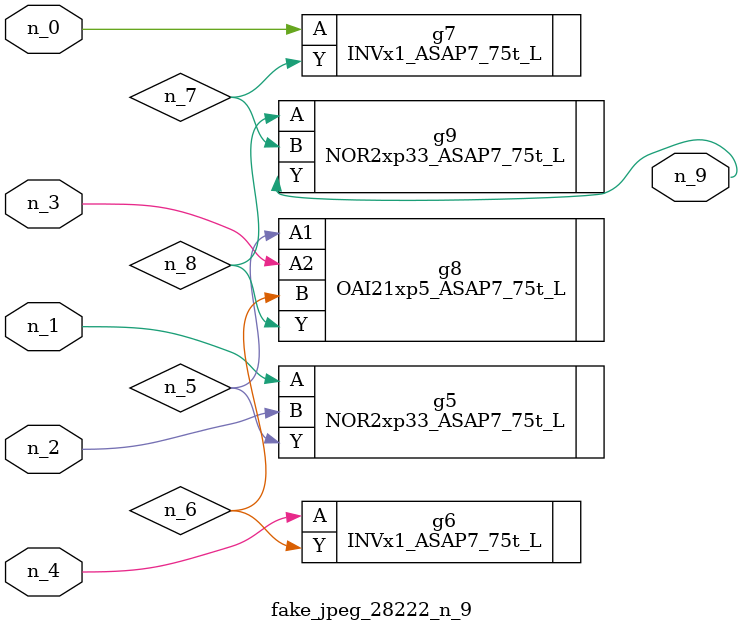
<source format=v>
module fake_jpeg_28222_n_9 (n_3, n_2, n_1, n_0, n_4, n_9);

input n_3;
input n_2;
input n_1;
input n_0;
input n_4;

output n_9;

wire n_8;
wire n_6;
wire n_5;
wire n_7;

NOR2xp33_ASAP7_75t_L g5 ( 
.A(n_1),
.B(n_2),
.Y(n_5)
);

INVx1_ASAP7_75t_L g6 ( 
.A(n_4),
.Y(n_6)
);

INVx1_ASAP7_75t_L g7 ( 
.A(n_0),
.Y(n_7)
);

OAI21xp5_ASAP7_75t_L g8 ( 
.A1(n_5),
.A2(n_3),
.B(n_6),
.Y(n_8)
);

NOR2xp33_ASAP7_75t_L g9 ( 
.A(n_8),
.B(n_7),
.Y(n_9)
);


endmodule
</source>
